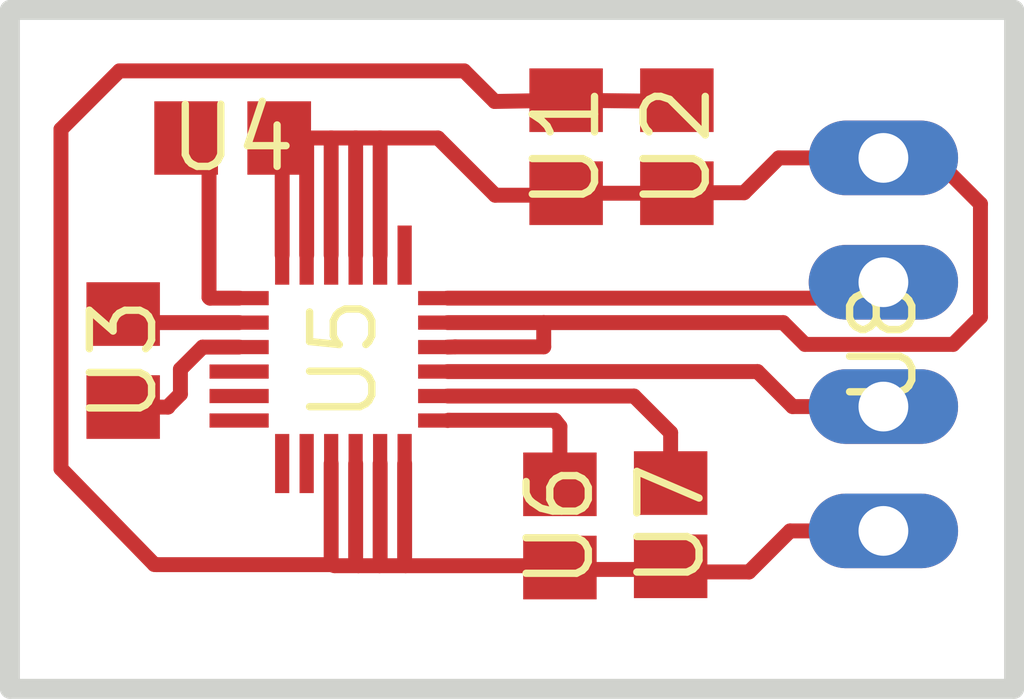
<source format=kicad_pcb>
(kicad_pcb (version 20221018) (generator pcbnew)
  (layers (0 "F.Cu" signal "Top") (31 "B.Cu" signal "Bottom") (34 "B.Paste" user) (35 "F.Paste" user) (36 "B.SilkS" user "B.Silkscreen") (37 "F.SilkS" user "F.Silkscreen") (38 "B.Mask" user) (39 "F.Mask" user) (44 "Edge.Cuts" user))
  (net 0 "")
  (net 1 "GND")
  (net 2 "VDD")
  (net 3 "/SDA")
  (net 4 "/SCL")
  (net 5 "Net-(R2-Pad1)")
  (net 6 "Net-(R1-Pad1)")
  (net 7 "Net-(U1-Pad14)")
  (net 8 "Net-(U1-Pad13)")
  (net 9 "Net-(U1-Pad12)")
  (net 10 "Net-(U1-Pad11)")
  (net 11 "Net-(U1-Pad10)")
  (net 12 "Net-(C1-Pad1)")
  (net 13 "Net-(C1-Pad2)")
  (net 14 "Net-(C2-Pad2)")
  (net 15 "Net-(U1-Pad1)")
  (footprint "imu:LGA-24" (layer "F.Cu") (at 145.0594 105.2068 -90)
    (fp_text reference "U5" (at 0 0 270) (layer "F.SilkS") (effects (font (size 1.27 1.27))))
    (fp_text value "" (at 0 0 270) (layer "F.SilkS") (effects (font (size 1.27 1.27))))
    (pad "1" smd rect (at -2.129 -1.25) (size 0.29 1.208) (layers "F.Cu" "F.Paste" "F.Mask") (net 15 "Net-(U1-Pad1)"))
    (pad "2" smd rect (at -2.129 -0.75) (size 0.29 1.208) (layers "F.Cu" "F.Paste" "F.Mask") (net 1 "GND"))
    (pad "3" smd rect (at -2.129 -0.25) (size 0.29 1.208) (layers "F.Cu" "F.Paste" "F.Mask") (net 1 "GND"))
    (pad "4" smd rect (at -2.129 0.25) (size 0.29 1.208) (layers "F.Cu" "F.Paste" "F.Mask") (net 1 "GND"))
    (pad "5" smd rect (at -2.129 0.75) (size 0.29 1.208) (layers "F.Cu" "F.Paste" "F.Mask") (net 1 "GND"))
    (pad "6" smd rect (at -2.129 1.25) (size 0.29 1.208) (layers "F.Cu" "F.Paste" "F.Mask") (net 1 "GND"))
    (pad "7" smd rect (at -1.25 2.129 90) (size 0.29 1.208) (layers "F.Cu" "F.Paste" "F.Mask") (net 14 "Net-(C2-Pad2)"))
    (pad "8" smd rect (at -0.75 2.129 90) (size 0.29 1.208) (layers "F.Cu" "F.Paste" "F.Mask") (net 13 "Net-(C1-Pad2)"))
    (pad "9" smd rect (at -0.25 2.129 90) (size 0.29 1.208) (layers "F.Cu" "F.Paste" "F.Mask") (net 12 "Net-(C1-Pad1)"))
    (pad "10" smd rect (at 0.25 2.129 90) (size 0.29 1.208) (layers "F.Cu" "F.Paste" "F.Mask") (net 11 "Net-(U1-Pad10)"))
    (pad "11" smd rect (at 0.75 2.129 90) (size 0.29 1.208) (layers "F.Cu" "F.Paste" "F.Mask") (net 10 "Net-(U1-Pad11)"))
    (pad "12" smd rect (at 1.25 2.129 90) (size 0.29 1.208) (layers "F.Cu" "F.Paste" "F.Mask") (net 9 "Net-(U1-Pad12)"))
    (pad "13" smd rect (at 2.129 1.25 180) (size 0.29 1.208) (layers "F.Cu" "F.Paste" "F.Mask") (net 8 "Net-(U1-Pad13)"))
    (pad "14" smd rect (at 2.129 0.75 180) (size 0.29 1.208) (layers "F.Cu" "F.Paste" "F.Mask") (net 7 "Net-(U1-Pad14)"))
    (pad "15" smd rect (at 2.129 0.25 180) (size 0.29 1.208) (layers "F.Cu" "F.Paste" "F.Mask") (net 2 "VDD"))
    (pad "16" smd rect (at 2.129 -0.25 180) (size 0.29 1.208) (layers "F.Cu" "F.Paste" "F.Mask") (net 2 "VDD"))
    (pad "17" smd rect (at 2.129 -0.75 180) (size 0.29 1.208) (layers "F.Cu" "F.Paste" "F.Mask") (net 2 "VDD"))
    (pad "18" smd rect (at 2.129 -1.25 180) (size 0.29 1.208) (layers "F.Cu" "F.Paste" "F.Mask") (net 2 "VDD"))
    (pad "19" smd rect (at 1.25 -2.129 270) (size 0.29 1.208) (layers "F.Cu" "F.Paste" "F.Mask") (net 6 "Net-(R1-Pad1)"))
    (pad "20" smd rect (at 0.75 -2.129 270) (size 0.29 1.208) (layers "F.Cu" "F.Paste" "F.Mask") (net 5 "Net-(R2-Pad1)"))
    (pad "21" smd rect (at 0.25 -2.129 270) (size 0.29 1.208) (layers "F.Cu" "F.Paste" "F.Mask") (net 4 "/SCL"))
    (pad "22" smd rect (at -0.25 -2.129 270) (size 0.29 1.208) (layers "F.Cu" "F.Paste" "F.Mask") (net 1 "GND"))
    (pad "23" smd rect (at -0.75 -2.129 270) (size 0.29 1.208) (layers "F.Cu" "F.Paste" "F.Mask") (net 1 "GND"))
    (pad "24" smd rect (at -1.25 -2.129 270) (size 0.29 1.208) (layers "F.Cu" "F.Paste" "F.Mask") (net 3 "/SDA"))
  )
  (footprint "imu:C0805" (layer "F.Cu") (at 149.606 100.8634 -90)
    (fp_text reference "U1" (at 0 0 270) (layer "F.SilkS") (effects (font (size 1.27 1.27))))
    (fp_text value "" (at 0 0 270) (layer "F.SilkS") (effects (font (size 1.27 1.27))))
    (pad "1" smd rect (at -0.95 0 270) (size 1.3 1.5) (layers "F.Cu" "F.Paste" "F.Mask") (net 2 "VDD"))
    (pad "2" smd rect (at 0.95 0 270) (size 1.3 1.5) (layers "F.Cu" "F.Paste" "F.Mask") (net 1 "GND"))
  )
  (footprint "imu:C0805" (layer "F.Cu") (at 151.8666 100.8634 -90)
    (fp_text reference "U2" (at 0 0 270) (layer "F.SilkS") (effects (font (size 1.27 1.27))))
    (fp_text value "" (at 0 0 270) (layer "F.SilkS") (effects (font (size 1.27 1.27))))
    (pad "1" smd rect (at -0.95 0 270) (size 1.3 1.5) (layers "F.Cu" "F.Paste" "F.Mask") (net 2 "VDD"))
    (pad "2" smd rect (at 0.95 0 270) (size 1.3 1.5) (layers "F.Cu" "F.Paste" "F.Mask") (net 1 "GND"))
  )
  (footprint "imu:C0805" (layer "F.Cu") (at 140.5636 105.2322 90)
    (fp_text reference "U3" (at 0 0 90) (layer "F.SilkS") (effects (font (size 1.27 1.27))))
    (fp_text value "" (at 0 0 90) (layer "F.SilkS") (effects (font (size 1.27 1.27))))
    (pad "1" smd rect (at -0.95 0 90) (size 1.3 1.5) (layers "F.Cu" "F.Paste" "F.Mask") (net 12 "Net-(C1-Pad1)"))
    (pad "2" smd rect (at 0.95 0 90) (size 1.3 1.5) (layers "F.Cu" "F.Paste" "F.Mask") (net 13 "Net-(C1-Pad2)"))
  )
  (footprint "imu:C0805" (layer "F.Cu") (at 142.7988 100.6856 180)
    (fp_text reference "U4" (at 0 0 180) (layer "F.SilkS") (effects (font (size 1.27 1.27))))
    (fp_text value "" (at 0 0 180) (layer "F.SilkS") (effects (font (size 1.27 1.27))))
    (pad "1" smd rect (at -0.95 0 180) (size 1.3 1.5) (layers "F.Cu" "F.Paste" "F.Mask") (net 1 "GND"))
    (pad "2" smd rect (at 0.95 0 180) (size 1.3 1.5) (layers "F.Cu" "F.Paste" "F.Mask") (net 14 "Net-(C2-Pad2)"))
  )
  (footprint "imu:R0805" (layer "F.Cu") (at 149.479 108.6104 -90)
    (fp_text reference "U6" (at 0 0 270) (layer "F.SilkS") (effects (font (size 1.27 1.27))))
    (fp_text value "" (at 0 0 270) (layer "F.SilkS") (effects (font (size 1.27 1.27))))
    (pad "1" smd rect (at -0.85 0 270) (size 1.3 1.5) (layers "F.Cu" "F.Paste" "F.Mask") (net 6 "Net-(R1-Pad1)"))
    (pad "2" smd rect (at 0.85 0 270) (size 1.3 1.5) (layers "F.Cu" "F.Paste" "F.Mask") (net 2 "VDD"))
  )
  (footprint "imu:R0805" (layer "F.Cu") (at 151.7396 108.585 -90)
    (fp_text reference "U7" (at 0 0 270) (layer "F.SilkS") (effects (font (size 1.27 1.27))))
    (fp_text value "" (at 0 0 270) (layer "F.SilkS") (effects (font (size 1.27 1.27))))
    (pad "1" smd rect (at -0.85 0 270) (size 1.3 1.5) (layers "F.Cu" "F.Paste" "F.Mask") (net 5 "Net-(R2-Pad1)"))
    (pad "2" smd rect (at 0.85 0 270) (size 1.3 1.5) (layers "F.Cu" "F.Paste" "F.Mask") (net 2 "VDD"))
  )
  (footprint "imu:MA04-1" (layer "F.Cu") (at 156.083 104.902 90)
    (fp_text reference "U8" (at 0 0 90) (layer "F.SilkS") (effects (font (size 1.27 1.27))))
    (fp_text value "" (at 0 0 90) (layer "F.SilkS") (effects (font (size 1.27 1.27))))
    (pad "1" thru_hole oval locked (at -3.81 0 180) (size 3.048 1.524) (drill 1.016) (layers "*.Cu" "*.Mask") (net 2 "VDD"))
    (pad "2" thru_hole oval locked (at -1.27 0 180) (size 3.048 1.524) (drill 1.016) (layers "*.Cu" "*.Mask") (net 4 "/SCL"))
    (pad "3" thru_hole oval locked (at 1.27 0 180) (size 3.048 1.524) (drill 1.016) (layers "*.Cu" "*.Mask") (net 3 "/SDA"))
    (pad "4" thru_hole oval locked (at 3.81 0 180) (size 3.048 1.524) (drill 1.016) (layers "*.Cu" "*.Mask") (net 1 "GND"))
  )
  (gr_line (start 138.2522 98.0694) (end 158.75 98.0694) (stroke (width 0.4064)) (layer "Edge.Cuts"))
  (gr_line (start 158.75 98.0694) (end 158.75 111.9378) (stroke (width 0.4064)) (layer "Edge.Cuts"))
  (gr_line (start 138.2522 111.9378) (end 138.2522 98.0694) (stroke (width 0.4064)) (layer "Edge.Cuts"))
  (gr_line (start 158.75 111.9378) (end 138.2522 111.9378) (stroke (width 0.4064)) (layer "Edge.Cuts"))
  (segment (start 151.8768 101.8032) (end 151.8666 101.8134) (width 0.3048) (layer "F.Cu") (net 1))
  (segment (start 158.0642 104.3432) (end 158.0642 102.0318) (width 0.3048) (layer "F.Cu") (net 1))
  (segment (start 158.0642 102.0318) (end 157.1244 101.092) (width 0.3048) (layer "F.Cu") (net 1))
  (segment (start 154.0376 104.4568) (end 154.4828 104.902) (width 0.3048) (layer "F.Cu") (net 1))
  (segment (start 153.2382 101.8032) (end 151.8768 101.8032) (width 0.3048) (layer "F.Cu") (net 1))
  (segment (start 156.083 101.092) (end 153.9494 101.092) (width 0.3048) (layer "F.Cu") (net 1))
  (segment (start 144.8094 103.0778) (end 144.8094 100.6856) (width 0.3048) (layer "F.Cu") (net 1))
  (segment (start 147.1884 104.9568) (end 147.3408 104.9528) (width 0.3048) (layer "F.Cu") (net 1))
  (segment (start 149.1488 104.4568) (end 154.0376 104.4568) (width 0.3048) (layer "F.Cu") (net 1))
  (segment (start 157.5054 104.902) (end 158.0642 104.3432) (width 0.3048) (layer "F.Cu") (net 1))
  (segment (start 145.8094 103.0778) (end 145.8094 100.6856) (width 0.3048) (layer "F.Cu") (net 1))
  (segment (start 151.8666 101.8134) (end 149.606 101.8134) (width 0.3048) (layer "F.Cu") (net 1))
  (segment (start 147.1884 104.4568) (end 149.1488 104.4568) (width 0.3048) (layer "F.Cu") (net 1))
  (segment (start 145.3094 103.0778) (end 145.3094 100.6856) (width 0.3048) (layer "F.Cu") (net 1))
  (segment (start 153.9494 101.092) (end 153.2382 101.8032) (width 0.3048) (layer "F.Cu") (net 1))
  (segment (start 144.3094 103.0778) (end 144.3094 100.6856) (width 0.3048) (layer "F.Cu") (net 1))
  (segment (start 147.3408 104.9528) (end 149.1488 104.9528) (width 0.3048) (layer "F.Cu") (net 1))
  (segment (start 149.1488 104.9528) (end 149.1488 104.4568) (width 0.3048) (layer "F.Cu") (net 1))
  (segment (start 154.4828 104.902) (end 157.5054 104.902) (width 0.3048) (layer "F.Cu") (net 1))
  (segment (start 157.1244 101.092) (end 156.083 101.092) (width 0.3048) (layer "F.Cu") (net 1))
  (segment (start 143.8094 103.0778) (end 143.8094 100.7462) (width 0.3048) (layer "F.Cu") (net 1))
  (segment (start 143.8094 100.7462) (end 143.7488 100.6856) (width 0.3048) (layer "F.Cu") (net 1))
  (segment (start 144.3094 100.6856) (end 144.8094 100.6856) (width 0.3048) (layer "F.Cu") (net 1))
  (segment (start 144.8094 100.6856) (end 145.3094 100.6856) (width 0.3048) (layer "F.Cu") (net 1))
  (segment (start 145.3094 100.6856) (end 145.8094 100.6856) (width 0.3048) (layer "F.Cu") (net 1))
  (segment (start 145.8094 100.6856) (end 146.9898 100.6856) (width 0.3048) (layer "F.Cu") (net 1))
  (segment (start 143.7488 100.6856) (end 144.3094 100.6856) (width 0.3048) (layer "F.Cu") (net 1))
  (segment (start 146.9898 100.6856) (end 148.1582 101.854) (width 0.3048) (layer "F.Cu") (net 1))
  (segment (start 148.1582 101.854) (end 149.5908 101.854) (width 0.3048) (layer "F.Cu") (net 1))
  (segment (start 149.5908 101.854) (end 149.606 101.8134) (width 0.3048) (layer "F.Cu") (net 1))
  (segment (start 145.796 109.4232) (end 146.3294 109.4232) (width 0.3048) (layer "F.Cu") (net 2))
  (segment (start 153.3398 109.5502) (end 151.8548 109.5502) (width 0.3048) (layer "F.Cu") (net 2))
  (segment (start 144.8816 109.4232) (end 145.3642 109.4232) (width 0.3048) (layer "F.Cu") (net 2))
  (segment (start 146.3294 109.4232) (end 149.987 109.4232) (width 0.3048) (layer "F.Cu") (net 2))
  (segment (start 150.0632 109.4994) (end 149.518 109.4994) (width 0.3048) (layer "F.Cu") (net 2))
  (segment (start 154.178 108.712) (end 153.3398 109.5502) (width 0.3048) (layer "F.Cu") (net 2))
  (segment (start 149.987 109.4232) (end 150.0632 109.4994) (width 0.3048) (layer "F.Cu") (net 2))
  (segment (start 150.0632 109.4994) (end 151.6752 109.4994) (width 0.3048) (layer "F.Cu") (net 2))
  (segment (start 151.6752 109.4994) (end 151.7396 109.435) (width 0.3048) (layer "F.Cu") (net 2))
  (segment (start 145.3094 109.3684) (end 145.3642 109.4232) (width 0.3048) (layer "F.Cu") (net 2))
  (segment (start 156.083 108.712) (end 154.178 108.712) (width 0.3048) (layer "F.Cu") (net 2))
  (segment (start 144.8094 109.4018) (end 144.8816 109.4232) (width 0.3048) (layer "F.Cu") (net 2))
  (segment (start 145.3642 109.4232) (end 145.796 109.4232) (width 0.3048) (layer "F.Cu") (net 2))
  (segment (start 144.8094 107.3358) (end 144.8094 109.4018) (width 0.3048) (layer "F.Cu") (net 2))
  (segment (start 145.8094 109.4098) (end 145.796 109.4232) (width 0.3048) (layer "F.Cu") (net 2))
  (segment (start 149.518 109.4994) (end 149.479 109.4604) (width 0.3048) (layer "F.Cu") (net 2))
  (segment (start 146.3094 107.3358) (end 146.3094 109.4032) (width 0.3048) (layer "F.Cu") (net 2))
  (segment (start 146.3094 109.4032) (end 146.3294 109.4232) (width 0.3048) (layer "F.Cu") (net 2))
  (segment (start 151.8666 99.9134) (end 151.8666 99.9388) (width 0.3048) (layer "F.Cu") (net 2))
  (segment (start 145.8094 107.3358) (end 145.8094 109.4098) (width 0.3048) (layer "F.Cu") (net 2))
  (segment (start 145.3094 107.3358) (end 145.3094 109.3684) (width 0.3048) (layer "F.Cu") (net 2))
  (segment (start 151.8666 99.9388) (end 149.606 99.9134) (width 0.3048) (layer "F.Cu") (net 2))
  (segment (start 151.8548 109.5502) (end 151.7396 109.435) (width 0.3048) (layer "F.Cu") (net 2))
  (segment (start 149.606 99.9134) (end 148.148 99.9388) (width 0.3048) (layer "F.Cu") (net 2))
  (segment (start 148.148 99.9388) (end 147.5232 99.314) (width 0.3048) (layer "F.Cu") (net 2))
  (segment (start 147.5232 99.314) (end 140.4874 99.314) (width 0.3048) (layer "F.Cu") (net 2))
  (segment (start 144.8094 109.4018) (end 141.2454 109.4018) (width 0.3048) (layer "F.Cu") (net 2))
  (segment (start 141.2454 109.4018) (end 141.1986 109.3978) (width 0.3048) (layer "F.Cu") (net 2))
  (segment (start 139.2936 107.442) (end 141.1986 109.3978) (width 0.3048) (layer "F.Cu") (net 2))
  (segment (start 140.4874 99.314) (end 139.2936 100.5078) (width 0.3048) (layer "F.Cu") (net 2))
  (segment (start 139.2936 100.5078) (end 139.2936 107.442) (width 0.3048) (layer "F.Cu") (net 2))
  (segment (start 147.1884 103.9568) (end 155.7582 103.9568) (width 0.3048) (layer "F.Cu") (net 3))
  (segment (start 155.7582 103.9568) (end 156.083 103.632) (width 0.3048) (layer "F.Cu") (net 3))
  (segment (start 156.083 106.172) (end 154.2288 106.172) (width 0.3048) (layer "F.Cu") (net 4))
  (segment (start 154.2288 106.172) (end 153.5136 105.4568) (width 0.3048) (layer "F.Cu") (net 4))
  (segment (start 147.1884 105.4568) (end 153.5136 105.4568) (width 0.3048) (layer "F.Cu") (net 4))
  (segment (start 150.991 105.9568) (end 151.7396 106.7054) (width 0.3048) (layer "F.Cu") (net 5))
  (segment (start 147.1884 105.9568) (end 150.991 105.9568) (width 0.3048) (layer "F.Cu") (net 5))
  (segment (start 151.7396 106.7054) (end 151.7396 107.735) (width 0.3048) (layer "F.Cu") (net 5))
  (segment (start 149.479 107.7604) (end 149.479 106.5784) (width 0.3048) (layer "F.Cu") (net 6))
  (segment (start 149.479 106.5784) (end 149.3774 106.4514) (width 0.3048) (layer "F.Cu") (net 6))
  (segment (start 149.3774 106.4514) (end 147.2084 106.4514) (width 0.3048) (layer "F.Cu") (net 6))
  (segment (start 147.2084 106.4514) (end 147.1884 106.4568) (width 0.3048) (layer "F.Cu") (net 6))
  (segment (start 142.9304 104.9568) (end 142.1852 104.9568) (width 0.3048) (layer "F.Cu") (net 12))
  (segment (start 141.732 105.918) (end 141.478 106.172) (width 0.3048) (layer "F.Cu") (net 12))
  (segment (start 141.732 105.41) (end 141.732 105.918) (width 0.3048) (layer "F.Cu") (net 12))
  (segment (start 142.1852 104.9568) (end 141.732 105.41) (width 0.3048) (layer "F.Cu") (net 12))
  (segment (start 141.478 106.1822) (end 140.5636 106.1822) (width 0.3048) (layer "F.Cu") (net 12))
  (segment (start 141.478 106.172) (end 141.478 106.1822) (width 0.3048) (layer "F.Cu") (net 12))
  (segment (start 142.9304 104.4568) (end 140.7382 104.4568) (width 0.3048) (layer "F.Cu") (net 13))
  (segment (start 140.7382 104.4568) (end 140.5636 104.2822) (width 0.3048) (layer "F.Cu") (net 13))
  (segment (start 142.3362 103.9568) (end 142.9304 103.9568) (width 0.3048) (layer "F.Cu") (net 14))
  (segment (start 141.8488 100.6856) (end 141.8488 100.6856) (width 0.3048) (layer "F.Cu") (net 14))
  (segment (start 141.8488 100.6856) (end 142.027666 100.721179) (width 0.3048) (layer "F.Cu") (net 14))
  (segment (start 142.027666 100.721179) (end 142.179302 100.822498) (width 0.3048) (layer "F.Cu") (net 14))
  (segment (start 142.179302 100.822498) (end 142.3162 101.153) (width 0.3048) (layer "F.Cu") (net 14))
  (segment (start 142.3162 103.9368) (end 142.3362 103.9568) (width 0.3048) (layer "F.Cu") (net 14))
  (segment (start 142.3162 103.9368) (end 142.3162 103.9368) (width 0.3048) (layer "F.Cu") (net 14))
  (segment (start 142.3162 101.153) (end 142.3162 103.9368) (width 0.3048) (layer "F.Cu") (net 14))
)
</source>
